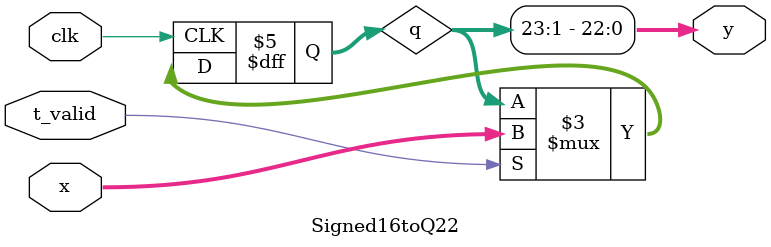
<source format=v>
`timescale 1ns / 1ps


module Signed16toQ22(
    input clk,
    input t_valid,
    input signed [23:0] x,
    output signed [22:0] y
    );
    
    reg signed [23:0] q=0;
    
    always @ (posedge clk)
    begin
        if (t_valid)
        begin
            q <= x;
        end
    end

    assign y = {q[23], q[22:1]};
endmodule

</source>
